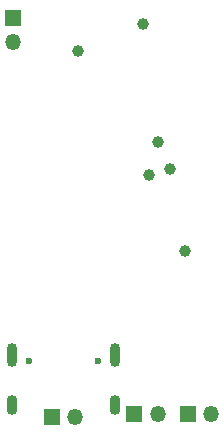
<source format=gbr>
%TF.GenerationSoftware,KiCad,Pcbnew,(5.99.0-2309-gaf729d578)*%
%TF.CreationDate,2020-09-26T21:13:41-04:00*%
%TF.ProjectId,mk2,6d6b322e-6b69-4636-9164-5f7063625858,rev?*%
%TF.SameCoordinates,Original*%
%TF.FileFunction,Soldermask,Bot*%
%TF.FilePolarity,Negative*%
%FSLAX46Y46*%
G04 Gerber Fmt 4.6, Leading zero omitted, Abs format (unit mm)*
G04 Created by KiCad (PCBNEW (5.99.0-2309-gaf729d578)) date 2020-09-26 21:13:41*
%MOMM*%
%LPD*%
G01*
G04 APERTURE LIST*
%ADD10O,1.350000X1.350000*%
%ADD11R,1.350000X1.350000*%
%ADD12C,1.000000*%
%ADD13C,0.600000*%
%ADD14O,0.900000X1.700000*%
%ADD15O,0.900000X2.000000*%
G04 APERTURE END LIST*
D10*
%TO.C,J6*%
X22500000Y-48000000D03*
D11*
X20500000Y-48000000D03*
%TD*%
D12*
%TO.C,TP6*%
X28250000Y-14750000D03*
%TD*%
%TO.C,TP5*%
X31750000Y-34000000D03*
%TD*%
D10*
%TO.C,J5*%
X29500000Y-47750000D03*
D11*
X27500000Y-47750000D03*
%TD*%
D10*
%TO.C,J3*%
X17250000Y-16250000D03*
D11*
X17250000Y-14250000D03*
%TD*%
D10*
%TO.C,BT1*%
X34000000Y-47750000D03*
D11*
X32000000Y-47750000D03*
%TD*%
D12*
%TO.C,TP4*%
X28750000Y-27500000D03*
%TD*%
%TO.C,TP3*%
X22750000Y-17000000D03*
%TD*%
%TO.C,TP1*%
X29500000Y-24750000D03*
%TD*%
%TO.C,TP2*%
X30500000Y-27015000D03*
%TD*%
D13*
%TO.C,J2*%
X18610000Y-43300000D03*
X24390000Y-43300000D03*
D14*
X25820000Y-46990000D03*
X17180000Y-46990000D03*
D15*
X25820000Y-42820000D03*
X17180000Y-42820000D03*
%TD*%
M02*

</source>
